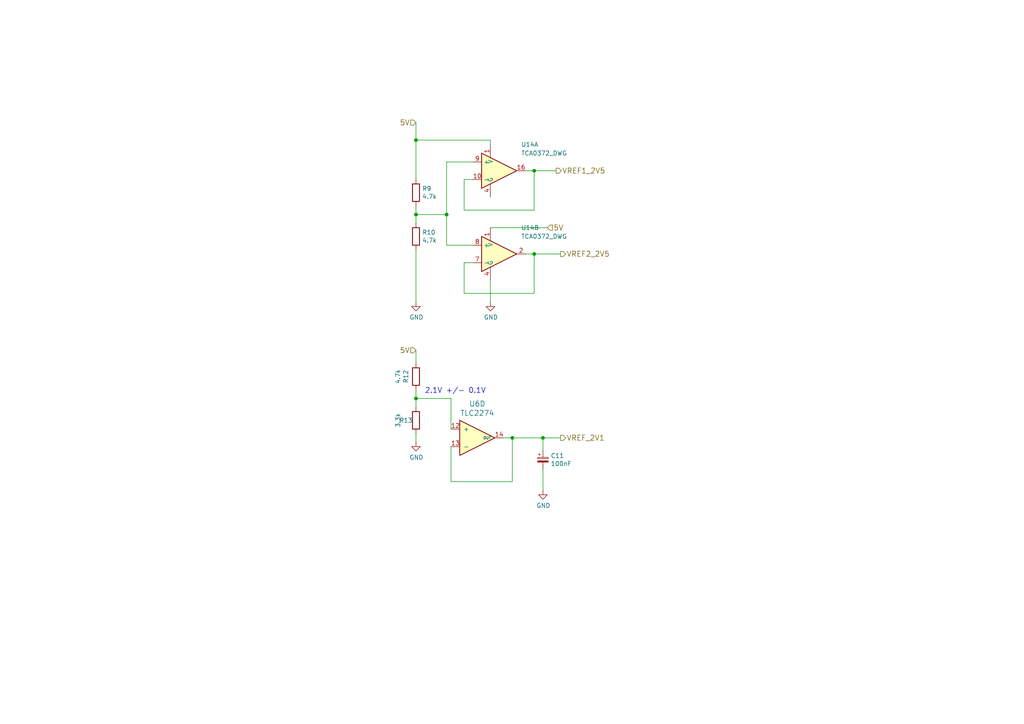
<source format=kicad_sch>
(kicad_sch (version 20231120) (generator "eeschema") (generator_version "8.0")
  (paper "A4")
  (lib_symbols
    (symbol "DVDLaserScanner-rescue:CP_Small" (pin_numbers hide) (pin_names (offset 0.254) hide)
      (property "Reference" "C" (at 0.254 1.778 0))
      (property "Value" "CP_Small" (at 0.254 -2.032 0))
      (symbol "CP_Small_0_1"
        (rectangle (start -1.524 -0.3048) (end 1.524 -0.6858) (fill (type outline)))
        (rectangle (start -1.524 0.6858) (end 1.524 0.3048))
        (polyline (pts (xy -1.27 1.524) (xy -0.762 1.524)))
        (polyline (pts (xy -1.016 1.27) (xy -1.016 1.778)))
      )
      (symbol "CP_Small_1_1"
        (pin passive line (at 0 2.54 270) (length 1.8542) (name "~") (number "1"))
        (pin passive line (at 0 -2.54 90) (length 1.8542) (name "~") (number "2"))
      )
    )
    (symbol "DVDLaserScanner-rescue:GND" (power) (pin_names (offset 0))
      (property "Value" "GND" (at 0 -3.81 0))
      (symbol "GND_0_1"
        (polyline (pts (xy 0 0) (xy 0 -1.27) (xy 1.27 -1.27) (xy 0 -2.54) (xy -1.27 -1.27) (xy 0 -1.27)))
      )
      (symbol "GND_1_1"
        (pin power_in line (at 0 0 270) (length 0) hide (name "GND") (number "1"))
      )
    )
    (symbol "DVDLaserScanner-rescue:R" (pin_numbers hide) (pin_names (offset 0))
      (property "Reference" "R" (at 2.032 0 90))
      (property "Value" "R" (at 0 0 90))
      (symbol "R_0_1"
        (rectangle (start -1.016 -2.54) (end 1.016 2.54) (stroke (width 0.254)))
      )
      (symbol "R_1_1"
        (pin passive line (at 0 3.81 270) (length 1.27) (name "~") (number "1"))
        (pin passive line (at 0 -3.81 90) (length 1.27) (name "~") (number "2"))
      )
    )
    (symbol "DVDLaserScanner-rescue:TCA0372_DWG"
      (property "Reference" "U" (at 2.54 6.35 0))
      (property "Value" "TCA0372_DWG" (at 1.27 3.81 0))
      (symbol "TCA0372_DWG_0_1"
        (polyline (pts (xy -5.08 5.08) (xy 5.08 0) (xy -5.08 -5.08) (xy -5.08 5.08)) (stroke (width 0.254)) (fill (type background)))
        (pin power_in line (at -2.54 7.62 270) (length 3.81) (name "V") (number "1"))
        (pin power_in line (at 5.08 -2.54 270) (length 3.81) hide (name "GND") (number "12"))
        (pin power_in line (at 7.62 -2.54 270) (length 3.81) hide (name "GND") (number "13"))
        (pin power_in line (at -2.54 -7.62 90) (length 3.81) (name "G") (number "4"))
        (pin power_in line (at 2.54 -2.54 270) (length 3.81) hide (name "GND") (number "5"))
      )
      (symbol "TCA0372_DWG_1_1"
        (pin input line (at -7.62 -2.54 0) (length 2.54) (name "-") (number "10"))
        (pin output line (at 7.62 0 180) (length 2.54) (name "~") (number "16"))
        (pin input line (at -7.62 2.54 0) (length 2.54) (name "+") (number "9"))
      )
      (symbol "TCA0372_DWG_2_1"
        (pin output line (at 7.62 0 180) (length 2.54) (name "~") (number "2"))
        (pin input line (at -7.62 -2.54 0) (length 2.54) (name "-") (number "7"))
        (pin input line (at -7.62 2.54 0) (length 2.54) (name "+") (number "8"))
      )
    )
    (symbol "DVDLaserScanner-rescue:TLC2274" (pin_names (offset 1.016))
      (property "Reference" "U" (at 5.715 3.81 0))
      (property "Value" "TLC2274" (at 6.985 -3.81 0))
      (symbol "TLC2274_0_1"
        (polyline (pts (xy -2.54 5.08) (xy 7.62 0) (xy -2.54 -5.08) (xy -2.54 5.08)) (stroke (width 0.254)) (fill (type background)))
      )
      (symbol "TLC2274_1_1"
        (pin input line (at 10.16 0 180) (length 2.54) (name "OUT") (number "1"))
        (pin input line (at 0 -6.35 90) (length 2.54) (name "VDD-") (number "11"))
        (pin input line (at -5.08 -2.54 0) (length 2.54) (name "-") (number "2"))
        (pin input line (at -5.08 2.54 0) (length 2.54) (name "+") (number "3"))
        (pin input line (at 0 6.35 270) (length 2.54) (name "VDD+") (number "4"))
      )
      (symbol "TLC2274_2_1"
        (pin input line (at -5.08 2.54 0) (length 2.54) (name "+") (number "5"))
        (pin input line (at -5.08 -2.54 0) (length 2.54) (name "-") (number "6"))
        (pin input line (at 10.16 0 180) (length 2.54) (name "OUT") (number "7"))
      )
      (symbol "TLC2274_3_1"
        (pin input line (at -5.08 2.54 0) (length 2.54) (name "+") (number "10"))
        (pin input line (at 10.16 0 180) (length 2.54) (name "OUT") (number "8"))
        (pin input line (at -5.08 -2.54 0) (length 2.54) (name "-") (number "9"))
      )
      (symbol "TLC2274_4_1"
        (pin input line (at -5.08 2.54 0) (length 2.54) (name "+") (number "12"))
        (pin input line (at -5.08 -2.54 0) (length 2.54) (name "-") (number "13"))
        (pin input line (at 10.16 0 180) (length 2.54) (name "OUT") (number "14"))
      )
    )
  )
  (junction (at 154.94 73.66))
  (junction (at 148.59 127))
  (junction (at 120.65 40.64))
  (junction (at 129.54 62.23))
  (junction (at 120.65 115.57))
  (junction (at 154.94 49.53))
  (junction (at 120.65 62.23))
  (junction (at 157.48 127))
  (wire (pts (xy 134.62 52.07) (xy 134.62 60.96)))
  (wire (pts (xy 130.81 139.7) (xy 148.59 139.7)))
  (wire (pts (xy 134.62 76.2) (xy 137.16 76.2)))
  (wire (pts (xy 130.81 115.57) (xy 130.81 124.46)))
  (wire (pts (xy 129.54 46.99) (xy 137.16 46.99)))
  (wire (pts (xy 154.94 85.09) (xy 134.62 85.09)))
  (wire (pts (xy 129.54 62.23) (xy 129.54 71.12)))
  (wire (pts (xy 120.65 35.56) (xy 120.65 40.64)))
  (wire (pts (xy 154.94 60.96) (xy 154.94 49.53)))
  (wire (pts (xy 120.65 115.57) (xy 120.65 118.11)))
  (wire (pts (xy 134.62 85.09) (xy 134.62 76.2)))
  (wire (pts (xy 120.65 125.73) (xy 120.65 128.27)))
  (wire (pts (xy 120.65 62.23) (xy 120.65 64.77)))
  (wire (pts (xy 142.24 66.04) (xy 158.75 66.04)))
  (wire (pts (xy 148.59 127) (xy 157.48 127)))
  (wire (pts (xy 120.65 40.64) (xy 120.65 52.07)))
  (wire (pts (xy 148.59 139.7) (xy 148.59 127)))
  (wire (pts (xy 120.65 72.39) (xy 120.65 87.63)))
  (wire (pts (xy 142.24 81.28) (xy 142.24 87.63)))
  (wire (pts (xy 154.94 49.53) (xy 161.29 49.53)))
  (wire (pts (xy 120.65 62.23) (xy 129.54 62.23)))
  (wire (pts (xy 137.16 52.07) (xy 134.62 52.07)))
  (wire (pts (xy 154.94 73.66) (xy 154.94 85.09)))
  (wire (pts (xy 146.05 127) (xy 148.59 127)))
  (wire (pts (xy 154.94 73.66) (xy 162.56 73.66)))
  (wire (pts (xy 129.54 71.12) (xy 137.16 71.12)))
  (wire (pts (xy 152.4 49.53) (xy 154.94 49.53)))
  (wire (pts (xy 142.24 40.64) (xy 142.24 41.91)))
  (wire (pts (xy 129.54 46.99) (xy 129.54 62.23)))
  (wire (pts (xy 134.62 60.96) (xy 154.94 60.96)))
  (wire (pts (xy 130.81 129.54) (xy 130.81 139.7)))
  (wire (pts (xy 120.65 101.6) (xy 120.65 105.41)))
  (wire (pts (xy 120.65 59.69) (xy 120.65 62.23)))
  (wire (pts (xy 120.65 113.03) (xy 120.65 115.57)))
  (wire (pts (xy 157.48 127) (xy 157.48 130.81)))
  (wire (pts (xy 157.48 135.89) (xy 157.48 142.24)))
  (wire (pts (xy 120.65 40.64) (xy 142.24 40.64)))
  (wire (pts (xy 120.65 115.57) (xy 130.81 115.57)))
  (wire (pts (xy 152.4 73.66) (xy 154.94 73.66)))
  (wire (pts (xy 157.48 127) (xy 162.56 127)))
  (text "2.1V +/- 0.1V" (at 123.19 114.3 0) (effects (font (size 1.524 1.524)) (justify left bottom)))
  (hierarchical_label "VREF1_2V5" (shape output) (at 161.29 49.53 0) (effects (font (size 1.524 1.524))))
  (hierarchical_label "5V" (shape input) (at 120.65 101.6 180) (effects (font (size 1.524 1.524))))
  (hierarchical_label "VREF_2V1" (shape output) (at 162.56 127 0) (effects (font (size 1.524 1.524))))
  (hierarchical_label "5V" (shape input) (at 120.65 35.56 180) (effects (font (size 1.524 1.524))))
  (hierarchical_label "5V" (shape input) (at 158.75 66.04 0) (effects (font (size 1.524 1.524))))
  (hierarchical_label "VREF2_2V5" (shape output) (at 162.56 73.66 0) (effects (font (size 1.524 1.524))))
  (symbol (lib_id "DVDLaserScanner-rescue:R") (at 120.65 68.58 0) (unit 1)
    (property "Reference" "R10" (at 122.428 67.4116 0) (effects (justify left)))
    (property "Value" "4.7k" (at 122.428 69.723 0) (effects (justify left)))
    (property "Footprint" "GaudiLabsFootPrints:0805G" (effects (hide yes)))
  )
  (symbol (lib_id "DVDLaserScanner-rescue:GND") (at 157.48 142.24 0) (unit 1)
    (property "Reference" "#PWR044" (effects (hide yes)))
    (property "Value" "GND" (at 157.607 146.6342 0))
  )
  (symbol (lib_id "DVDLaserScanner-rescue:R") (at 120.65 109.22 180) (unit 1)
    (property "Reference" "R12" (at 117.729 109.22 90))
    (property "Value" "4.7k" (at 115.4176 109.22 90))
    (property "Footprint" "GaudiLabsFootPrints:0805G" (effects (hide yes)))
  )
  (symbol (lib_id "DVDLaserScanner-rescue:GND") (at 142.24 87.63 0) (unit 1)
    (property "Reference" "#PWR028" (effects (hide yes)))
    (property "Value" "GND" (at 142.367 92.0242 0))
  )
  (symbol (lib_id "DVDLaserScanner-rescue:R") (at 120.65 55.88 0) (unit 1)
    (property "Reference" "R9" (at 122.428 54.7116 0) (effects (justify left)))
    (property "Value" "4.7k" (at 122.428 57.023 0) (effects (justify left)))
    (property "Footprint" "GaudiLabsFootPrints:0805G" (effects (hide yes)))
  )
  (symbol (lib_id "DVDLaserScanner-rescue:CP_Small") (at 157.48 133.35 0) (unit 1)
    (property "Reference" "C11" (at 159.7152 132.1816 0) (effects (justify left)))
    (property "Value" "100nF" (at 159.7152 134.493 0) (effects (justify left)))
    (property "Footprint" "Capacitors_SMD:C_1210_HandSoldering" (effects (hide yes)))
  )
  (symbol (lib_id "DVDLaserScanner-rescue:GND") (at 120.65 128.27 0) (unit 1)
    (property "Reference" "#PWR022" (effects (hide yes)))
    (property "Value" "GND" (at 120.777 132.6642 0))
  )
  (symbol (lib_id "DVDLaserScanner-rescue:GND") (at 120.65 87.63 0) (unit 1)
    (property "Reference" "#PWR02" (effects (hide yes)))
    (property "Value" "GND" (at 120.777 92.0242 0))
  )
  (symbol (lib_id "DVDLaserScanner-rescue:TLC2274") (at 135.89 127 0) (unit 4)
    (property "Reference" "U6" (at 138.43 117.1194 0) (effects (font (size 1.524 1.524))))
    (property "Value" "TLC2274" (at 138.43 119.8118 0) (effects (font (size 1.524 1.524))))
    (property "Footprint" "GaudiLabsFootPrints:SOIC-14_N" (effects (hide yes)))
  )
  (symbol (lib_id "DVDLaserScanner-rescue:R") (at 120.65 121.92 180) (unit 1)
    (property "Reference" "R13" (at 117.729 121.92 0))
    (property "Value" "3.3k" (at 115.4176 121.92 90))
    (property "Footprint" "GaudiLabsFootPrints:0805G" (effects (hide yes)))
  )
  (symbol (lib_id "DVDLaserScanner-rescue:TCA0372_DWG") (at 144.78 73.66 0) (unit 2)
    (property "Reference" "U14" (at 151.13 66.04 0) (effects (justify left)))
    (property "Value" "TCA0372_DWG" (at 151.13 68.58 0) (effects (justify left)))
    (property "Footprint" "GaudiLabsFootPrints:SO-16-W" (effects (hide yes)))
  )
  (symbol (lib_id "DVDLaserScanner-rescue:TCA0372_DWG") (at 144.78 49.53 0) (unit 1)
    (property "Reference" "U14" (at 151.13 41.91 0) (effects (justify left)))
    (property "Value" "TCA0372_DWG" (at 151.13 44.45 0) (effects (justify left)))
    (property "Footprint" "GaudiLabsFootPrints:SO-16-W" (effects (hide yes)))
  )
)
</source>
